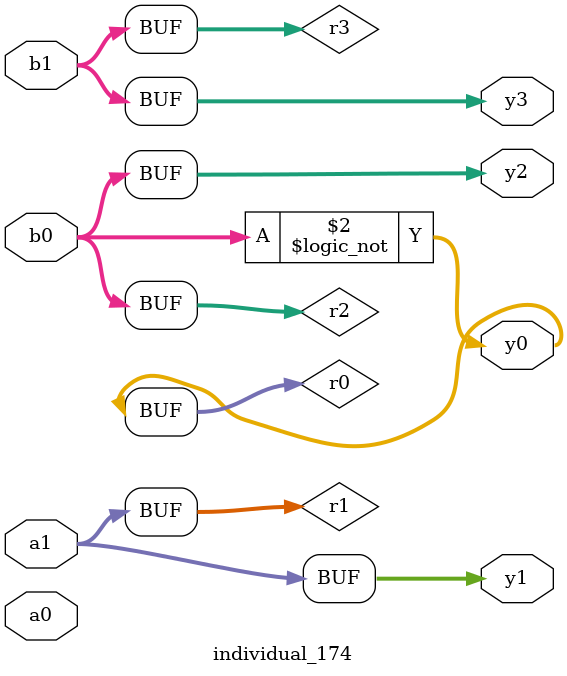
<source format=sv>
module individual_174(input logic [15:0] a1, input logic [15:0] a0, input logic [15:0] b1, input logic [15:0] b0, output logic [15:0] y3, output logic [15:0] y2, output logic [15:0] y1, output logic [15:0] y0);
logic [15:0] r0, r1, r2, r3; 
 always@(*) begin 
	 r0 = a0; r1 = a1; r2 = b0; r3 = b1; 
 	 r0 = ! r2 ;
 	 y3 = r3; y2 = r2; y1 = r1; y0 = r0; 
end
endmodule
</source>
